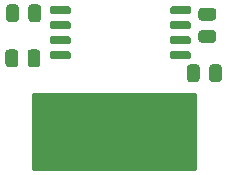
<source format=gts>
G04 #@! TF.GenerationSoftware,KiCad,Pcbnew,(5.1.9-0-10_14)*
G04 #@! TF.CreationDate,2021-10-14T15:51:02+11:00*
G04 #@! TF.ProjectId,MAP Card,4d415020-4361-4726-942e-6b696361645f,rev?*
G04 #@! TF.SameCoordinates,Original*
G04 #@! TF.FileFunction,Soldermask,Top*
G04 #@! TF.FilePolarity,Negative*
%FSLAX46Y46*%
G04 Gerber Fmt 4.6, Leading zero omitted, Abs format (unit mm)*
G04 Created by KiCad (PCBNEW (5.1.9-0-10_14)) date 2021-10-14 15:51:02*
%MOMM*%
%LPD*%
G01*
G04 APERTURE LIST*
%ADD10C,0.254000*%
%ADD11C,0.100000*%
G04 APERTURE END LIST*
G36*
G01*
X148184500Y-98346500D02*
X148184500Y-97995500D01*
G75*
G02*
X148360000Y-97820000I175500J0D01*
G01*
X149836000Y-97820000D01*
G75*
G02*
X150011500Y-97995500I0J-175500D01*
G01*
X150011500Y-98346500D01*
G75*
G02*
X149836000Y-98522000I-175500J0D01*
G01*
X148360000Y-98522000D01*
G75*
G02*
X148184500Y-98346500I0J175500D01*
G01*
G37*
G36*
G01*
X148184500Y-99616500D02*
X148184500Y-99265500D01*
G75*
G02*
X148360000Y-99090000I175500J0D01*
G01*
X149836000Y-99090000D01*
G75*
G02*
X150011500Y-99265500I0J-175500D01*
G01*
X150011500Y-99616500D01*
G75*
G02*
X149836000Y-99792000I-175500J0D01*
G01*
X148360000Y-99792000D01*
G75*
G02*
X148184500Y-99616500I0J175500D01*
G01*
G37*
G36*
G01*
X148184500Y-100886500D02*
X148184500Y-100535500D01*
G75*
G02*
X148360000Y-100360000I175500J0D01*
G01*
X149836000Y-100360000D01*
G75*
G02*
X150011500Y-100535500I0J-175500D01*
G01*
X150011500Y-100886500D01*
G75*
G02*
X149836000Y-101062000I-175500J0D01*
G01*
X148360000Y-101062000D01*
G75*
G02*
X148184500Y-100886500I0J175500D01*
G01*
G37*
G36*
G01*
X148184500Y-102156500D02*
X148184500Y-101805500D01*
G75*
G02*
X148360000Y-101630000I175500J0D01*
G01*
X149836000Y-101630000D01*
G75*
G02*
X150011500Y-101805500I0J-175500D01*
G01*
X150011500Y-102156500D01*
G75*
G02*
X149836000Y-102332000I-175500J0D01*
G01*
X148360000Y-102332000D01*
G75*
G02*
X148184500Y-102156500I0J175500D01*
G01*
G37*
G36*
G01*
X158344500Y-102156500D02*
X158344500Y-101805500D01*
G75*
G02*
X158520000Y-101630000I175500J0D01*
G01*
X159996000Y-101630000D01*
G75*
G02*
X160171500Y-101805500I0J-175500D01*
G01*
X160171500Y-102156500D01*
G75*
G02*
X159996000Y-102332000I-175500J0D01*
G01*
X158520000Y-102332000D01*
G75*
G02*
X158344500Y-102156500I0J175500D01*
G01*
G37*
G36*
G01*
X158344500Y-100886500D02*
X158344500Y-100535500D01*
G75*
G02*
X158520000Y-100360000I175500J0D01*
G01*
X159996000Y-100360000D01*
G75*
G02*
X160171500Y-100535500I0J-175500D01*
G01*
X160171500Y-100886500D01*
G75*
G02*
X159996000Y-101062000I-175500J0D01*
G01*
X158520000Y-101062000D01*
G75*
G02*
X158344500Y-100886500I0J175500D01*
G01*
G37*
G36*
G01*
X158344500Y-99616500D02*
X158344500Y-99265500D01*
G75*
G02*
X158520000Y-99090000I175500J0D01*
G01*
X159996000Y-99090000D01*
G75*
G02*
X160171500Y-99265500I0J-175500D01*
G01*
X160171500Y-99616500D01*
G75*
G02*
X159996000Y-99792000I-175500J0D01*
G01*
X158520000Y-99792000D01*
G75*
G02*
X158344500Y-99616500I0J175500D01*
G01*
G37*
G36*
G01*
X158364500Y-98346500D02*
X158364500Y-97995500D01*
G75*
G02*
X158540000Y-97820000I175500J0D01*
G01*
X160016000Y-97820000D01*
G75*
G02*
X160191500Y-97995500I0J-175500D01*
G01*
X160191500Y-98346500D01*
G75*
G02*
X160016000Y-98522000I-175500J0D01*
G01*
X158540000Y-98522000D01*
G75*
G02*
X158364500Y-98346500I0J175500D01*
G01*
G37*
G36*
G01*
X161062250Y-97965000D02*
X162025750Y-97965000D01*
G75*
G02*
X162295000Y-98234250I0J-269250D01*
G01*
X162295000Y-98772750D01*
G75*
G02*
X162025750Y-99042000I-269250J0D01*
G01*
X161062250Y-99042000D01*
G75*
G02*
X160793000Y-98772750I0J269250D01*
G01*
X160793000Y-98234250D01*
G75*
G02*
X161062250Y-97965000I269250J0D01*
G01*
G37*
G36*
G01*
X161062250Y-99840000D02*
X162025750Y-99840000D01*
G75*
G02*
X162295000Y-100109250I0J-269250D01*
G01*
X162295000Y-100647750D01*
G75*
G02*
X162025750Y-100917000I-269250J0D01*
G01*
X161062250Y-100917000D01*
G75*
G02*
X160793000Y-100647750I0J269250D01*
G01*
X160793000Y-100109250D01*
G75*
G02*
X161062250Y-99840000I269250J0D01*
G01*
G37*
G36*
G01*
X160891000Y-103023250D02*
X160891000Y-103986750D01*
G75*
G02*
X160621750Y-104256000I-269250J0D01*
G01*
X160083250Y-104256000D01*
G75*
G02*
X159814000Y-103986750I0J269250D01*
G01*
X159814000Y-103023250D01*
G75*
G02*
X160083250Y-102754000I269250J0D01*
G01*
X160621750Y-102754000D01*
G75*
G02*
X160891000Y-103023250I0J-269250D01*
G01*
G37*
G36*
G01*
X162766000Y-103023250D02*
X162766000Y-103986750D01*
G75*
G02*
X162496750Y-104256000I-269250J0D01*
G01*
X161958250Y-104256000D01*
G75*
G02*
X161689000Y-103986750I0J269250D01*
G01*
X161689000Y-103023250D01*
G75*
G02*
X161958250Y-102754000I269250J0D01*
G01*
X162496750Y-102754000D01*
G75*
G02*
X162766000Y-103023250I0J-269250D01*
G01*
G37*
G36*
G01*
X144447000Y-102716750D02*
X144447000Y-101753250D01*
G75*
G02*
X144716250Y-101484000I269250J0D01*
G01*
X145254750Y-101484000D01*
G75*
G02*
X145524000Y-101753250I0J-269250D01*
G01*
X145524000Y-102716750D01*
G75*
G02*
X145254750Y-102986000I-269250J0D01*
G01*
X144716250Y-102986000D01*
G75*
G02*
X144447000Y-102716750I0J269250D01*
G01*
G37*
G36*
G01*
X146322000Y-102716750D02*
X146322000Y-101753250D01*
G75*
G02*
X146591250Y-101484000I269250J0D01*
G01*
X147129750Y-101484000D01*
G75*
G02*
X147399000Y-101753250I0J-269250D01*
G01*
X147399000Y-102716750D01*
G75*
G02*
X147129750Y-102986000I-269250J0D01*
G01*
X146591250Y-102986000D01*
G75*
G02*
X146322000Y-102716750I0J269250D01*
G01*
G37*
G36*
G01*
X147462500Y-97943250D02*
X147462500Y-98906750D01*
G75*
G02*
X147193250Y-99176000I-269250J0D01*
G01*
X146654750Y-99176000D01*
G75*
G02*
X146385500Y-98906750I0J269250D01*
G01*
X146385500Y-97943250D01*
G75*
G02*
X146654750Y-97674000I269250J0D01*
G01*
X147193250Y-97674000D01*
G75*
G02*
X147462500Y-97943250I0J-269250D01*
G01*
G37*
G36*
G01*
X145587500Y-97943250D02*
X145587500Y-98906750D01*
G75*
G02*
X145318250Y-99176000I-269250J0D01*
G01*
X144779750Y-99176000D01*
G75*
G02*
X144510500Y-98906750I0J269250D01*
G01*
X144510500Y-97943250D01*
G75*
G02*
X144779750Y-97674000I269250J0D01*
G01*
X145318250Y-97674000D01*
G75*
G02*
X145587500Y-97943250I0J-269250D01*
G01*
G37*
D10*
X160528000Y-111633000D02*
X146812000Y-111633000D01*
X146812000Y-105283000D01*
X160528000Y-105283000D01*
X160528000Y-111633000D01*
D11*
G36*
X160528000Y-111633000D02*
G01*
X146812000Y-111633000D01*
X146812000Y-105283000D01*
X160528000Y-105283000D01*
X160528000Y-111633000D01*
G37*
M02*

</source>
